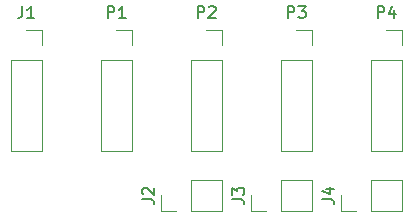
<source format=gto>
G04 #@! TF.GenerationSoftware,KiCad,Pcbnew,5.0.2-bee76a0~70~ubuntu18.04.1*
G04 #@! TF.CreationDate,2019-03-31T17:31:53+02:00*
G04 #@! TF.ProjectId,SPIDaisy,544d4353-5049-4323-9636-302e6b696361,rev?*
G04 #@! TF.SameCoordinates,Original*
G04 #@! TF.FileFunction,Legend,Top*
G04 #@! TF.FilePolarity,Positive*
%FSLAX46Y46*%
G04 Gerber Fmt 4.6, Leading zero omitted, Abs format (unit mm)*
G04 Created by KiCad (PCBNEW 5.0.2-bee76a0~70~ubuntu18.04.1) date 2019-03-31T17:31:53 CEST*
%MOMM*%
%LPD*%
G01*
G04 APERTURE LIST*
%ADD10C,0.120000*%
%ADD11C,0.150000*%
G04 APERTURE END LIST*
D10*
G04 #@! TO.C,J1*
X97730000Y-92710000D02*
X100390000Y-92710000D01*
X97730000Y-92710000D02*
X97730000Y-100390000D01*
X97730000Y-100390000D02*
X100390000Y-100390000D01*
X100390000Y-92710000D02*
X100390000Y-100390000D01*
X100390000Y-90110000D02*
X100390000Y-91440000D01*
X99060000Y-90110000D02*
X100390000Y-90110000D01*
G04 #@! TO.C,J2*
X115630000Y-105470000D02*
X115630000Y-102810000D01*
X113030000Y-105470000D02*
X115630000Y-105470000D01*
X113030000Y-102810000D02*
X115630000Y-102810000D01*
X113030000Y-105470000D02*
X113030000Y-102810000D01*
X111760000Y-105470000D02*
X110430000Y-105470000D01*
X110430000Y-105470000D02*
X110430000Y-104140000D01*
G04 #@! TO.C,J3*
X118050000Y-105470000D02*
X118050000Y-104140000D01*
X119380000Y-105470000D02*
X118050000Y-105470000D01*
X120650000Y-105470000D02*
X120650000Y-102810000D01*
X120650000Y-102810000D02*
X123250000Y-102810000D01*
X120650000Y-105470000D02*
X123250000Y-105470000D01*
X123250000Y-105470000D02*
X123250000Y-102810000D01*
G04 #@! TO.C,J4*
X130870000Y-105470000D02*
X130870000Y-102810000D01*
X128270000Y-105470000D02*
X130870000Y-105470000D01*
X128270000Y-102810000D02*
X130870000Y-102810000D01*
X128270000Y-105470000D02*
X128270000Y-102810000D01*
X127000000Y-105470000D02*
X125670000Y-105470000D01*
X125670000Y-105470000D02*
X125670000Y-104140000D01*
G04 #@! TO.C,P1*
X106680000Y-90110000D02*
X108010000Y-90110000D01*
X108010000Y-90110000D02*
X108010000Y-91440000D01*
X108010000Y-92710000D02*
X108010000Y-100390000D01*
X105350000Y-100390000D02*
X108010000Y-100390000D01*
X105350000Y-92710000D02*
X105350000Y-100390000D01*
X105350000Y-92710000D02*
X108010000Y-92710000D01*
G04 #@! TO.C,P2*
X112970000Y-92710000D02*
X115630000Y-92710000D01*
X112970000Y-92710000D02*
X112970000Y-100390000D01*
X112970000Y-100390000D02*
X115630000Y-100390000D01*
X115630000Y-92710000D02*
X115630000Y-100390000D01*
X115630000Y-90110000D02*
X115630000Y-91440000D01*
X114300000Y-90110000D02*
X115630000Y-90110000D01*
G04 #@! TO.C,P3*
X121920000Y-90110000D02*
X123250000Y-90110000D01*
X123250000Y-90110000D02*
X123250000Y-91440000D01*
X123250000Y-92710000D02*
X123250000Y-100390000D01*
X120590000Y-100390000D02*
X123250000Y-100390000D01*
X120590000Y-92710000D02*
X120590000Y-100390000D01*
X120590000Y-92710000D02*
X123250000Y-92710000D01*
G04 #@! TO.C,P4*
X128210000Y-92710000D02*
X130870000Y-92710000D01*
X128210000Y-92710000D02*
X128210000Y-100390000D01*
X128210000Y-100390000D02*
X130870000Y-100390000D01*
X130870000Y-92710000D02*
X130870000Y-100390000D01*
X130870000Y-90110000D02*
X130870000Y-91440000D01*
X129540000Y-90110000D02*
X130870000Y-90110000D01*
G04 #@! TO.C,J1*
D11*
X98726666Y-88122380D02*
X98726666Y-88836666D01*
X98679047Y-88979523D01*
X98583809Y-89074761D01*
X98440952Y-89122380D01*
X98345714Y-89122380D01*
X99726666Y-89122380D02*
X99155238Y-89122380D01*
X99440952Y-89122380D02*
X99440952Y-88122380D01*
X99345714Y-88265238D01*
X99250476Y-88360476D01*
X99155238Y-88408095D01*
G04 #@! TO.C,J2*
X108882380Y-104473333D02*
X109596666Y-104473333D01*
X109739523Y-104520952D01*
X109834761Y-104616190D01*
X109882380Y-104759047D01*
X109882380Y-104854285D01*
X108977619Y-104044761D02*
X108930000Y-103997142D01*
X108882380Y-103901904D01*
X108882380Y-103663809D01*
X108930000Y-103568571D01*
X108977619Y-103520952D01*
X109072857Y-103473333D01*
X109168095Y-103473333D01*
X109310952Y-103520952D01*
X109882380Y-104092380D01*
X109882380Y-103473333D01*
G04 #@! TO.C,J3*
X116502380Y-104473333D02*
X117216666Y-104473333D01*
X117359523Y-104520952D01*
X117454761Y-104616190D01*
X117502380Y-104759047D01*
X117502380Y-104854285D01*
X116502380Y-104092380D02*
X116502380Y-103473333D01*
X116883333Y-103806666D01*
X116883333Y-103663809D01*
X116930952Y-103568571D01*
X116978571Y-103520952D01*
X117073809Y-103473333D01*
X117311904Y-103473333D01*
X117407142Y-103520952D01*
X117454761Y-103568571D01*
X117502380Y-103663809D01*
X117502380Y-103949523D01*
X117454761Y-104044761D01*
X117407142Y-104092380D01*
G04 #@! TO.C,J4*
X124122380Y-104473333D02*
X124836666Y-104473333D01*
X124979523Y-104520952D01*
X125074761Y-104616190D01*
X125122380Y-104759047D01*
X125122380Y-104854285D01*
X124455714Y-103568571D02*
X125122380Y-103568571D01*
X124074761Y-103806666D02*
X124789047Y-104044761D01*
X124789047Y-103425714D01*
G04 #@! TO.C,P1*
X105941904Y-89122380D02*
X105941904Y-88122380D01*
X106322857Y-88122380D01*
X106418095Y-88170000D01*
X106465714Y-88217619D01*
X106513333Y-88312857D01*
X106513333Y-88455714D01*
X106465714Y-88550952D01*
X106418095Y-88598571D01*
X106322857Y-88646190D01*
X105941904Y-88646190D01*
X107465714Y-89122380D02*
X106894285Y-89122380D01*
X107180000Y-89122380D02*
X107180000Y-88122380D01*
X107084761Y-88265238D01*
X106989523Y-88360476D01*
X106894285Y-88408095D01*
G04 #@! TO.C,P2*
X113561904Y-89122380D02*
X113561904Y-88122380D01*
X113942857Y-88122380D01*
X114038095Y-88170000D01*
X114085714Y-88217619D01*
X114133333Y-88312857D01*
X114133333Y-88455714D01*
X114085714Y-88550952D01*
X114038095Y-88598571D01*
X113942857Y-88646190D01*
X113561904Y-88646190D01*
X114514285Y-88217619D02*
X114561904Y-88170000D01*
X114657142Y-88122380D01*
X114895238Y-88122380D01*
X114990476Y-88170000D01*
X115038095Y-88217619D01*
X115085714Y-88312857D01*
X115085714Y-88408095D01*
X115038095Y-88550952D01*
X114466666Y-89122380D01*
X115085714Y-89122380D01*
G04 #@! TO.C,P3*
X121181904Y-89122380D02*
X121181904Y-88122380D01*
X121562857Y-88122380D01*
X121658095Y-88170000D01*
X121705714Y-88217619D01*
X121753333Y-88312857D01*
X121753333Y-88455714D01*
X121705714Y-88550952D01*
X121658095Y-88598571D01*
X121562857Y-88646190D01*
X121181904Y-88646190D01*
X122086666Y-88122380D02*
X122705714Y-88122380D01*
X122372380Y-88503333D01*
X122515238Y-88503333D01*
X122610476Y-88550952D01*
X122658095Y-88598571D01*
X122705714Y-88693809D01*
X122705714Y-88931904D01*
X122658095Y-89027142D01*
X122610476Y-89074761D01*
X122515238Y-89122380D01*
X122229523Y-89122380D01*
X122134285Y-89074761D01*
X122086666Y-89027142D01*
G04 #@! TO.C,P4*
X128801904Y-89122380D02*
X128801904Y-88122380D01*
X129182857Y-88122380D01*
X129278095Y-88170000D01*
X129325714Y-88217619D01*
X129373333Y-88312857D01*
X129373333Y-88455714D01*
X129325714Y-88550952D01*
X129278095Y-88598571D01*
X129182857Y-88646190D01*
X128801904Y-88646190D01*
X130230476Y-88455714D02*
X130230476Y-89122380D01*
X129992380Y-88074761D02*
X129754285Y-88789047D01*
X130373333Y-88789047D01*
G04 #@! TD*
M02*

</source>
